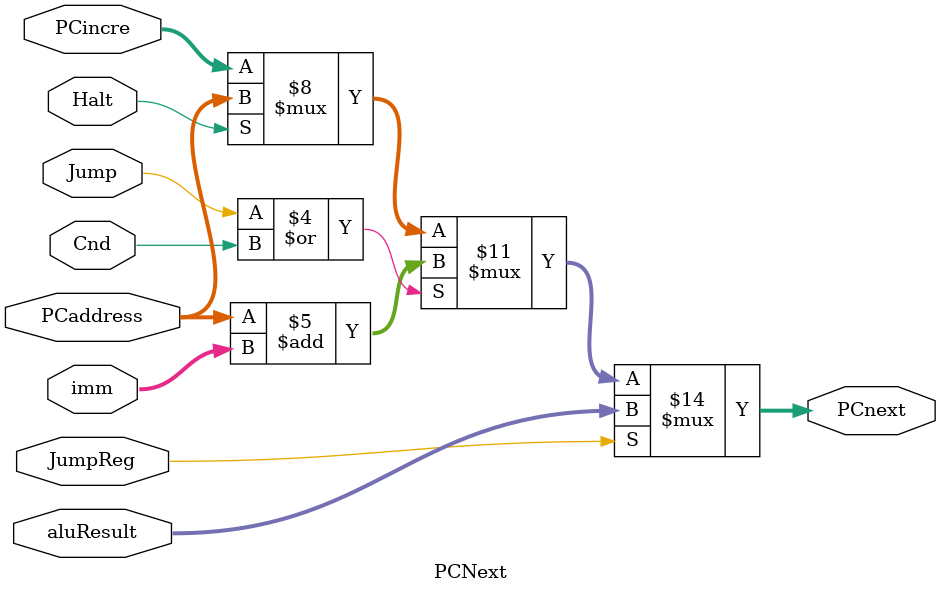
<source format=v>
module PCNext (
    input [31:0] PCaddress,
    input [31:0] PCincre,
    input Halt,

    input Cnd,     // Branch
    input Jump,    // jal
    input JumpReg, // jalr
    input [31:0] imm,
    input [31:0] aluResult,
    output reg [31:0] PCnext
);

    always @(*) begin
        if (JumpReg == 1'b1) PCnext <= aluResult; // jalr
        else if (Jump | Cnd == 1'b1) PCnext <= PCaddress + imm; // jal or Branch
        else if (Halt == 1'b1) PCnext <= PCaddress; // halt
        else PCnext <= PCincre; // normal PC+=4
    end
endmodule

</source>
